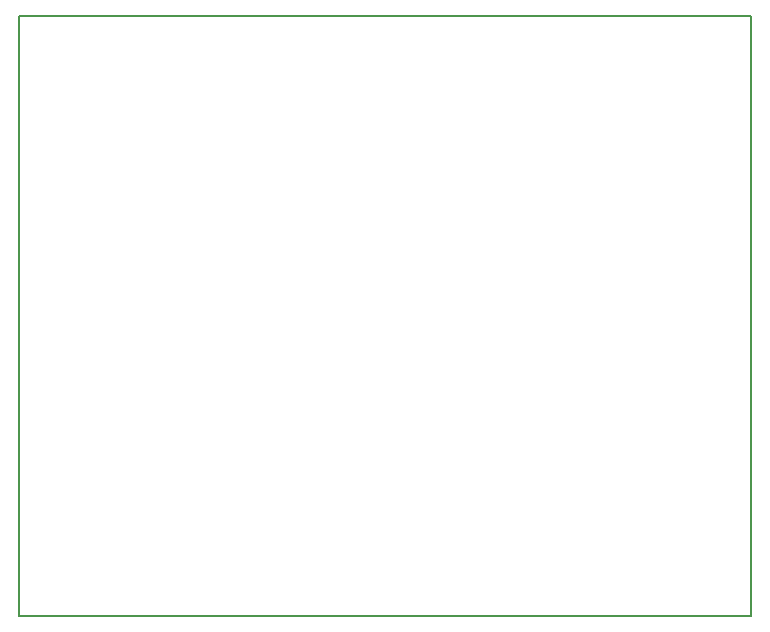
<source format=gbr>
G04 #@! TF.FileFunction,Profile,NP*
%FSLAX46Y46*%
G04 Gerber Fmt 4.6, Leading zero omitted, Abs format (unit mm)*
G04 Created by KiCad (PCBNEW 4.0.7) date 05/30/18 05:48:27*
%MOMM*%
%LPD*%
G01*
G04 APERTURE LIST*
%ADD10C,0.100000*%
%ADD11C,0.150000*%
G04 APERTURE END LIST*
D10*
D11*
X116332000Y-127508000D02*
X178308000Y-127508000D01*
X116332000Y-76708000D02*
X178308000Y-76708000D01*
X116332000Y-127508000D02*
X116332000Y-76708000D01*
X178308000Y-76708000D02*
X178308000Y-127508000D01*
M02*

</source>
